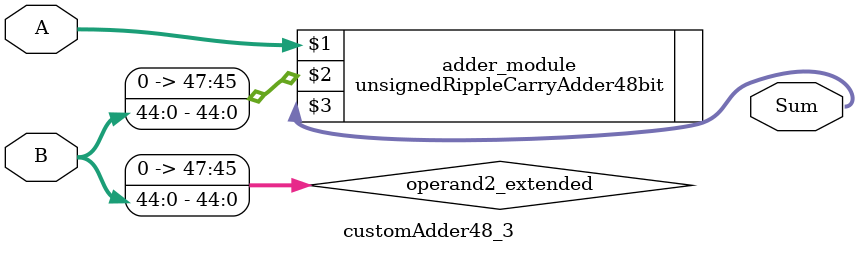
<source format=v>
module customAdder48_3(
                        input [47 : 0] A,
                        input [44 : 0] B,
                        
                        output [48 : 0] Sum
                );

        wire [47 : 0] operand2_extended;
        
        assign operand2_extended =  {3'b0, B};
        
        unsignedRippleCarryAdder48bit adder_module(
            A,
            operand2_extended,
            Sum
        );
        
        endmodule
        
</source>
